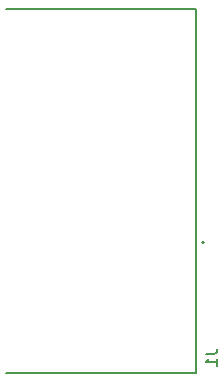
<source format=gbr>
%TF.GenerationSoftware,KiCad,Pcbnew,8.0.4*%
%TF.CreationDate,2025-01-24T17:00:10-06:00*%
%TF.ProjectId,potentiostat control,706f7465-6e74-4696-9f73-74617420636f,0.1*%
%TF.SameCoordinates,Original*%
%TF.FileFunction,Legend,Bot*%
%TF.FilePolarity,Positive*%
%FSLAX46Y46*%
G04 Gerber Fmt 4.6, Leading zero omitted, Abs format (unit mm)*
G04 Created by KiCad (PCBNEW 8.0.4) date 2025-01-24 17:00:10*
%MOMM*%
%LPD*%
G01*
G04 APERTURE LIST*
%ADD10C,0.150000*%
%ADD11C,0.127000*%
%ADD12C,0.200000*%
G04 APERTURE END LIST*
D10*
X101914819Y-114021666D02*
X102629104Y-114021666D01*
X102629104Y-114021666D02*
X102771961Y-113974047D01*
X102771961Y-113974047D02*
X102867200Y-113878809D01*
X102867200Y-113878809D02*
X102914819Y-113735952D01*
X102914819Y-113735952D02*
X102914819Y-113640714D01*
X102914819Y-115021666D02*
X102914819Y-114450238D01*
X102914819Y-114735952D02*
X101914819Y-114735952D01*
X101914819Y-114735952D02*
X102057676Y-114640714D01*
X102057676Y-114640714D02*
X102152914Y-114545476D01*
X102152914Y-114545476D02*
X102200533Y-114450238D01*
D11*
%TO.C,J1*%
X101130000Y-84845000D02*
X85030000Y-84845000D01*
X101130000Y-84845000D02*
X101130000Y-115655000D01*
X101130000Y-115655000D02*
X85030000Y-115655000D01*
D12*
X101810000Y-104580000D02*
G75*
G02*
X101610000Y-104580000I-100000J0D01*
G01*
X101610000Y-104580000D02*
G75*
G02*
X101810000Y-104580000I100000J0D01*
G01*
%TD*%
M02*

</source>
